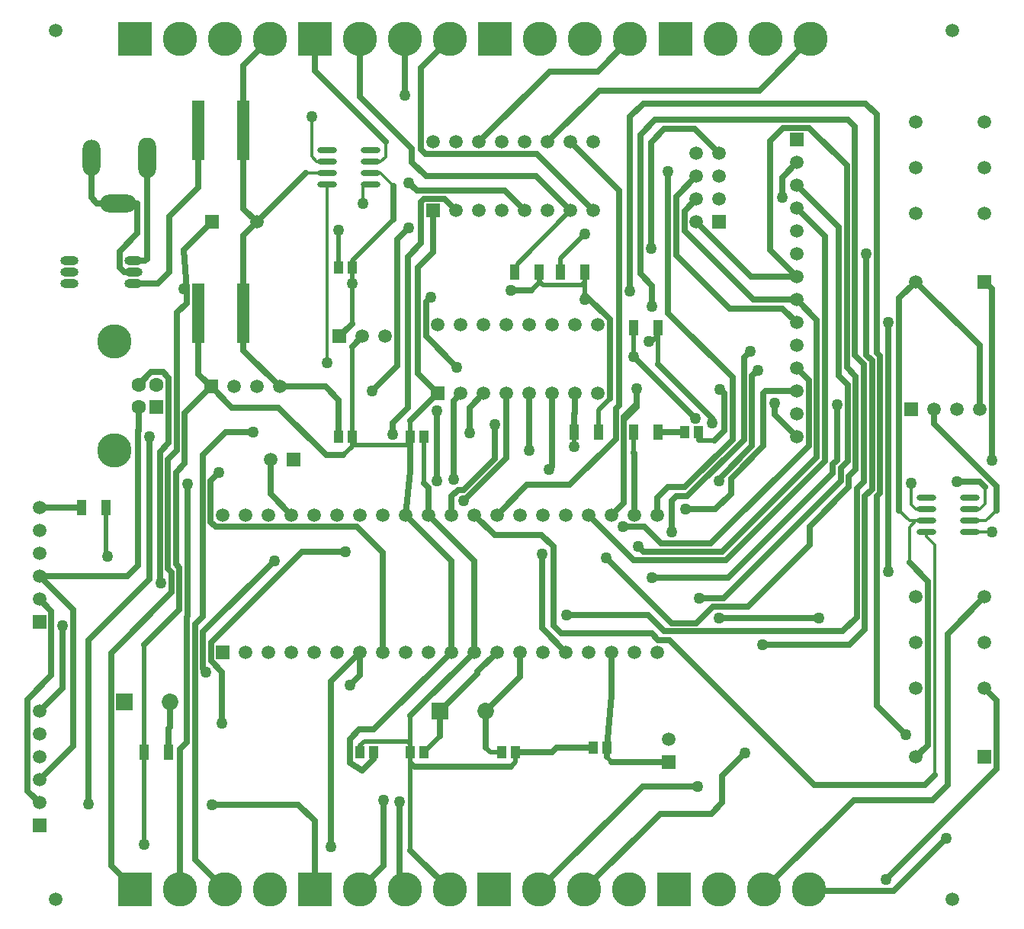
<source format=gtl>
%FSLAX42Y42*%
%MOMM*%
G71*
G01*
G75*
G04 Layer_Physical_Order=1*
G04 Layer_Color=255*
%ADD10R,1.10X1.40*%
%ADD11O,2.20X0.60*%
%ADD12R,1.10X1.70*%
%ADD13R,1.40X6.70*%
%ADD14C,0.64*%
%ADD15C,0.55*%
%ADD16C,0.30*%
%ADD17C,3.81*%
%ADD18R,3.81X3.81*%
%ADD19R,1.85X1.85*%
%ADD20C,1.85*%
%ADD21C,1.50*%
%ADD22R,1.50X1.50*%
%ADD23R,1.50X1.50*%
%ADD24O,2.00X1.00*%
%ADD25O,2.00X1.00*%
%ADD26C,1.52*%
%ADD27C,3.80*%
%ADD28R,1.60X1.60*%
%ADD29C,1.60*%
%ADD30C,1.50*%
%ADD31R,1.50X1.50*%
%ADD32R,1.50X1.50*%
%ADD33O,2.00X4.50*%
%ADD34O,2.00X4.00*%
%ADD35O,4.00X2.00*%
%ADD36C,1.27*%
D10*
X28828Y21895D02*
D03*
X28678D02*
D03*
X25630Y18339D02*
D03*
X25780D02*
D03*
X24834Y21844D02*
D03*
X24984D02*
D03*
X25071Y18339D02*
D03*
X25221D02*
D03*
X26796D02*
D03*
X26646D02*
D03*
X27662Y18390D02*
D03*
X27812D02*
D03*
X25780Y21844D02*
D03*
X25630D02*
D03*
X24829Y23724D02*
D03*
X24979D02*
D03*
D11*
X25183Y24651D02*
D03*
Y24778D02*
D03*
Y24905D02*
D03*
Y25032D02*
D03*
X24703Y24651D02*
D03*
Y24778D02*
D03*
Y24905D02*
D03*
Y25032D02*
D03*
X31838Y20790D02*
D03*
Y20917D02*
D03*
Y21044D02*
D03*
Y21171D02*
D03*
X31358Y20790D02*
D03*
Y20917D02*
D03*
Y21044D02*
D03*
Y21171D02*
D03*
D12*
X28110Y21895D02*
D03*
X28380D02*
D03*
X22944Y18339D02*
D03*
X22674D02*
D03*
X22251Y21059D02*
D03*
X21981D02*
D03*
X26789Y23673D02*
D03*
X27059D02*
D03*
X27297D02*
D03*
X27567D02*
D03*
X27449Y21895D02*
D03*
X27719D02*
D03*
X28110Y23063D02*
D03*
X28380D02*
D03*
D13*
X23275Y23216D02*
D03*
X23775D02*
D03*
X23275Y25248D02*
D03*
X23775D02*
D03*
D14*
X28380Y21895D02*
X28678D01*
X26796Y18339D02*
X27203D01*
X27254Y18390D01*
X27662D01*
X22706Y24818D02*
Y24943D01*
Y25068D01*
X22944Y18339D02*
Y18608D01*
X22962Y18625D01*
Y18898D01*
X21509Y21059D02*
X21981D01*
X27449Y21895D02*
Y22106D01*
X27457Y22114D01*
Y22327D01*
X31168Y20450D02*
X31377Y20241D01*
Y18423D02*
Y20241D01*
X31242Y18288D02*
X31377Y18423D01*
X27812Y18288D02*
Y18390D01*
X27863Y18237D02*
X28499D01*
X25630Y17248D02*
X26063Y16815D01*
X25832Y20980D02*
X26340Y20472D01*
Y19456D02*
Y20472D01*
X25578Y20980D02*
X26086Y20472D01*
Y19456D02*
Y20472D01*
X26467Y18390D02*
Y18796D01*
X25959Y18518D02*
Y18796D01*
X23775Y22808D02*
X24181Y22403D01*
X23775Y22808D02*
Y23216D01*
X31242Y23571D02*
X31953Y22860D01*
Y22149D02*
Y22860D01*
X26467Y18796D02*
X26848Y19177D01*
Y19456D01*
X23923Y24232D02*
X24469Y24778D01*
X24834Y21844D02*
Y22257D01*
X24689Y22403D02*
X24834Y22257D01*
X24181Y22403D02*
X24689D01*
X25441Y24265D02*
Y24635D01*
X25681Y18186D02*
X26745D01*
X22086Y24506D02*
X22149Y24443D01*
X24564Y25913D02*
Y26264D01*
Y25913D02*
X25352Y25126D01*
X25630Y18746D02*
X26340Y19456D01*
X25959Y18796D02*
X26375Y19212D01*
Y19237D01*
X26594Y19456D01*
X29761Y23274D02*
X29921Y23114D01*
X29170Y23274D02*
X29761D01*
X28583Y23861D02*
X29170Y23274D01*
X28583Y23861D02*
Y24519D01*
X28804Y24740D01*
X26391Y25121D02*
X27173Y25903D01*
X27706D01*
X28067Y26264D01*
X28118Y20980D02*
Y21664D01*
X28110Y21672D02*
X28118Y21664D01*
X27844Y22272D02*
Y23149D01*
X25832Y20980D02*
Y21278D01*
X25780Y21330D02*
X25832Y21278D01*
X27153Y25121D02*
X27724Y25692D01*
X29500D01*
X30071Y26264D01*
X31057Y23386D02*
X31242Y23571D01*
X31057Y21031D02*
Y23386D01*
X21509Y20297D02*
X21883Y19922D01*
Y18409D02*
Y19922D01*
X21509Y18034D02*
X21883Y18409D01*
X24984Y22851D02*
X25095Y22962D01*
X25712Y22548D02*
X25933Y22327D01*
X25712Y22548D02*
Y23724D01*
X25883Y23894D01*
Y24359D01*
X25065Y25626D02*
Y26264D01*
Y25626D02*
X25642Y25048D01*
Y24900D02*
Y25048D01*
Y24900D02*
X25802Y24740D01*
X27026D01*
X27407Y24359D01*
X22674Y19535D02*
X23064Y19925D01*
Y20391D01*
X23023Y20433D02*
X23064Y20391D01*
X23023Y20433D02*
Y21453D01*
X23124Y21554D01*
Y22108D01*
X23419Y22403D01*
X22674Y17318D02*
X22675Y17318D01*
X26695Y21608D02*
Y22327D01*
X26223Y21135D02*
X26695Y21608D01*
X26111Y22250D02*
X26187Y22327D01*
X26111Y21377D02*
Y22250D01*
X25630Y22023D02*
X25933Y22327D01*
X31445Y21989D02*
Y22149D01*
Y21989D02*
X32134Y21300D01*
Y21031D02*
Y21300D01*
X31953Y21349D02*
X32012Y21290D01*
X31697Y21349D02*
X31953D01*
X31595Y19657D02*
X32004Y20066D01*
X31595Y17983D02*
Y19657D01*
X31422Y17810D02*
X31595Y17983D01*
X30551Y17810D02*
X31422D01*
X29555Y16815D02*
X30551Y17810D01*
X26340Y20980D02*
X26563Y20757D01*
X27081D01*
X27214Y20625D01*
Y19751D02*
Y20625D01*
Y19751D02*
X27302Y19662D01*
X28306D01*
X28379Y19588D01*
X28506D01*
X30117Y17978D01*
X31344D01*
X31450Y18085D01*
X24955Y19088D02*
X25070Y19202D01*
Y19456D01*
X26563Y21602D02*
Y21981D01*
X26217Y21256D02*
X26563Y21602D01*
X26158Y21256D02*
X26217D01*
X26086Y21184D02*
X26158Y21256D01*
X26086Y20980D02*
Y21184D01*
X23068Y16815D02*
Y18374D01*
X23144Y18451D01*
Y19845D01*
X23154Y19855D01*
Y21326D01*
X26949Y21692D02*
Y22327D01*
X24841Y22962D02*
X24979Y23100D01*
X25743Y25944D02*
X26063Y26264D01*
X25743Y25044D02*
Y25944D01*
Y25044D02*
X25799Y24988D01*
X27031D01*
X27661Y24359D01*
X24742Y19129D02*
X25070Y19456D01*
X24742Y17297D02*
Y19129D01*
X29439Y23368D02*
X29921D01*
X28671Y24135D02*
X29439Y23368D01*
X28671Y24135D02*
Y24353D01*
X28804Y24486D01*
X28786Y25265D02*
X29058Y24994D01*
X28448Y25265D02*
X28786D01*
X28301Y25118D02*
X28448Y25265D01*
X28301Y23937D02*
Y25118D01*
X24079Y21209D02*
X24308Y20980D01*
X24079Y21209D02*
Y21590D01*
X29670Y22095D02*
Y22222D01*
X29065Y22377D02*
X29115Y22328D01*
Y21915D02*
Y22328D01*
X29005Y21805D02*
X29115Y21915D01*
X25202Y22352D02*
X25484Y22634D01*
Y24044D01*
X25611Y24171D01*
X28306Y20282D02*
X29157D01*
X30320Y21445D01*
Y21540D01*
X30366Y21586D01*
Y22202D01*
X22608Y21919D02*
Y22176D01*
X22607Y21919D02*
X22608Y21919D01*
X22607Y20421D02*
Y21919D01*
X22483Y20297D02*
X22607Y20421D01*
X21509Y20297D02*
X22483D01*
X22706Y23825D02*
Y24818D01*
X22681Y23800D02*
X22706Y23825D01*
X22555Y23800D02*
X22681D01*
X22398Y23909D02*
X22593Y24105D01*
X22398Y23724D02*
Y23909D01*
Y23724D02*
X22449Y23673D01*
X22555D01*
X29541Y19534D02*
X30499D01*
X30676Y19710D01*
Y21185D01*
X30753Y21262D01*
Y22691D01*
X30686Y22758D02*
X30753Y22691D01*
X30686Y22758D02*
Y23876D01*
X29420Y22524D02*
X29483Y22587D01*
X29420Y21745D02*
Y22524D01*
X29053Y21377D02*
X29420Y21745D01*
X29053Y21354D02*
Y21377D01*
Y19830D02*
X30168D01*
X30998Y16805D02*
X31580Y17386D01*
X30066Y16805D02*
X30998D01*
X30056Y16815D02*
X30066Y16805D01*
X28067Y23465D02*
Y25400D01*
X28219Y25552D01*
X30683D01*
X30806Y25429D01*
Y22780D02*
Y25429D01*
Y22780D02*
X30842Y22744D01*
Y21224D02*
Y22744D01*
X30806Y21189D02*
X30842Y21224D01*
X30806Y18863D02*
Y21189D01*
Y18863D02*
X31130Y18539D01*
X28313Y23297D02*
Y23525D01*
X28179Y23660D02*
X28313Y23525D01*
X28179Y23660D02*
Y25204D01*
X28346Y25372D01*
X30490D01*
X30564Y25298D01*
Y22752D02*
Y25298D01*
Y22752D02*
X30664Y22652D01*
Y21350D02*
Y22652D01*
X30587Y21273D02*
X30664Y21350D01*
X30587Y19845D02*
Y21273D01*
X30427Y19685D02*
X30587Y19845D01*
X28445Y19685D02*
X30427D01*
X28268Y19863D02*
X28445Y19685D01*
X27363Y19863D02*
X28268D01*
X27170Y21481D02*
X27203Y21514D01*
Y22327D01*
X23411Y21361D02*
X23498Y21448D01*
X23411Y20904D02*
Y21361D01*
Y20904D02*
X23470Y20846D01*
X25036D01*
X25324Y20557D01*
Y19456D02*
Y20557D01*
X21763Y19050D02*
Y19746D01*
X21509Y18796D02*
X21763Y19050D01*
X23325Y19677D02*
X24115Y20467D01*
X23325Y19271D02*
Y19677D01*
Y19271D02*
X23360Y19235D01*
X23533Y18664D02*
Y19235D01*
X23414Y19355D02*
X23533Y19235D01*
X23414Y19355D02*
Y19558D01*
X24422Y20566D01*
X24910D01*
X28682Y21042D02*
X29015D01*
X29189Y21217D01*
Y21386D01*
X29548Y21744D01*
Y22327D01*
X29573Y22352D01*
X29921D01*
X27092Y19721D02*
X27356Y19456D01*
X27092Y19721D02*
Y20544D01*
X27986Y20846D02*
X28223D01*
X28410Y20659D01*
X28965D01*
X30053Y21748D01*
Y22474D01*
X29921Y22606D02*
X30053Y22474D01*
X30932Y20353D02*
Y23114D01*
X28157Y20629D02*
X28217Y20569D01*
X29088D01*
X30142Y21623D01*
Y23147D01*
X29921Y23368D02*
X30142Y23147D01*
X29413Y23622D02*
X29921D01*
X28804Y24232D02*
X29413Y23622D01*
X29620Y23923D02*
X29921Y23622D01*
X29620Y23923D02*
Y25134D01*
X29766Y25281D01*
X30056D01*
X30474Y24863D01*
Y22615D02*
Y24863D01*
Y22615D02*
X30575Y22513D01*
Y21486D02*
Y22513D01*
X30498Y21408D02*
X30575Y21486D01*
X30498Y21292D02*
Y21408D01*
X30060Y20853D02*
X30498Y21292D01*
X30060Y20646D02*
Y20853D01*
X29374Y19961D02*
X30060Y20646D01*
X28984Y19961D02*
X29374D01*
X28800Y19776D02*
X28984Y19961D01*
X28532Y19776D02*
X28800D01*
X27805Y20503D02*
X28532Y19776D01*
X29921Y24638D02*
X30385Y24174D01*
Y22526D02*
Y24174D01*
Y22526D02*
X30486Y22424D01*
Y21575D02*
Y22424D01*
X30409Y21497D02*
X30486Y21575D01*
X30409Y21356D02*
Y21497D01*
X29102Y20050D02*
X30409Y21356D01*
X28832Y20050D02*
X29102D01*
X29759Y24729D02*
X29921Y24892D01*
X29759Y24506D02*
Y24729D01*
X29331Y22727D02*
X29403Y22799D01*
X29331Y21814D02*
Y22727D01*
X28701Y21184D02*
X29331Y21814D01*
X28583Y21184D02*
X28701D01*
X28532Y21133D02*
X28583Y21184D01*
X28532Y20792D02*
Y21133D01*
X32004Y23571D02*
X32088Y23487D01*
Y21587D02*
Y23487D01*
X28491Y23218D02*
Y24793D01*
Y23218D02*
X29204Y22505D01*
Y21812D02*
Y22505D01*
X28677Y21286D02*
X29204Y21812D01*
X28490Y21286D02*
X28677D01*
X28372Y21168D02*
X28490Y21286D01*
X28372Y20980D02*
Y21168D01*
X26594Y20980D02*
X26925Y21311D01*
X27397D01*
X27909Y21823D01*
Y22159D01*
X27945Y22196D01*
Y24582D01*
X27407Y25121D02*
X27945Y24582D01*
X25926Y21354D02*
Y22139D01*
X25428Y21874D02*
Y21999D01*
X25598Y22169D01*
Y23848D01*
X25748Y23998D01*
Y24460D01*
X25779Y24491D01*
X26004D01*
X26137Y24359D01*
X22086Y24843D02*
Y24943D01*
Y25043D01*
X23775Y24084D02*
X23923Y24232D01*
X23775Y23216D02*
Y24084D01*
Y24379D02*
X23923Y24232D01*
X23775Y24379D02*
Y25248D01*
Y25972D02*
X24066Y26264D01*
X23775Y25248D02*
Y25972D01*
X29670Y22095D02*
X29921Y21844D01*
X26741Y23470D02*
X26972D01*
X23114Y23490D02*
X23142D01*
X23114Y23923D02*
X23423Y24232D01*
X22304Y17079D02*
X22568Y16815D01*
X22304Y17079D02*
Y19446D01*
X22976Y20118D01*
Y20345D01*
X22934Y20387D02*
X22976Y20345D01*
X22934Y20387D02*
Y21593D01*
X23035Y21694D01*
Y23226D01*
X23142Y23332D01*
X27567Y23426D02*
X27569Y23376D01*
X28380Y22649D02*
X28976Y22052D01*
Y22001D02*
Y22052D01*
X23275Y24620D02*
Y25248D01*
X22949Y24294D02*
X23275Y24620D01*
X22949Y23673D02*
Y24294D01*
X22822Y23546D02*
X22949Y23673D01*
X22555Y23546D02*
X22822D01*
X25801Y23348D02*
X25855Y23401D01*
X25801Y22962D02*
Y23348D01*
Y22962D02*
X26144Y22619D01*
X27998Y21114D02*
Y22034D01*
X27864Y20980D02*
X27998Y21114D01*
X28143Y22216D02*
Y22382D01*
X22845Y20234D02*
X22855Y20223D01*
X22845Y20234D02*
Y21677D01*
X22946Y21779D01*
Y22504D01*
X22885Y22565D02*
X22946Y22504D01*
X22747Y22565D02*
X22885D01*
X22608Y22426D02*
X22747Y22565D01*
X27610Y20980D02*
X28110Y20480D01*
X29134D01*
X30234Y21580D01*
Y24072D01*
X29921Y24384D02*
X30234Y24072D01*
X25578Y20980D02*
X25630Y21464D01*
X24696Y21641D02*
X24884D01*
X24163Y22174D02*
X24696Y21641D01*
X23647Y22174D02*
X24163D01*
X23419Y22403D02*
X23647Y22174D01*
X25222Y18593D02*
X26086Y19456D01*
X25060Y18593D02*
X25222D01*
X24958Y18491D02*
X25060Y18593D01*
X24958Y18227D02*
Y18491D01*
Y18227D02*
X25095Y18141D01*
X25221Y18266D01*
X23275Y22546D02*
X23419Y22403D01*
X23275Y22546D02*
Y23216D01*
X21509Y20043D02*
X21641Y19911D01*
Y19195D02*
Y19911D01*
X21374Y18928D02*
X21641Y19195D01*
X21374Y17915D02*
Y18928D01*
Y17915D02*
X21509Y17780D01*
X27812Y18390D02*
X27864Y18975D01*
Y19456D01*
X22251Y20539D02*
X22268Y20522D01*
X26678Y24580D02*
X26899Y24359D01*
X25702Y24580D02*
X26678D01*
X25611Y24671D02*
X25702Y24580D01*
X32004Y19050D02*
X32139Y18915D01*
Y18156D02*
Y18915D01*
X30909Y16927D02*
X32139Y18156D01*
X27559Y16815D02*
X28405Y17661D01*
X28974D01*
X29093Y17780D01*
Y18082D01*
X29342Y18331D01*
X28209Y17963D02*
X28819D01*
X27061Y16815D02*
X28209Y17963D01*
X26289Y22174D02*
X26441Y22327D01*
X26289Y21892D02*
Y22174D01*
X23581Y21900D02*
X23886D01*
X23322Y21641D02*
X23581Y21900D01*
X23322Y19853D02*
Y21641D01*
X23236Y19766D02*
X23322Y19853D01*
X23236Y17145D02*
Y19766D01*
Y17145D02*
X23566Y16815D01*
X22728Y20269D02*
Y21844D01*
X22050Y19591D02*
X22728Y20269D01*
X22050Y17767D02*
Y19591D01*
X23421Y17757D02*
X24384D01*
X24564Y17577D01*
Y16815D02*
Y17577D01*
X28110Y22741D02*
X28796Y22055D01*
X25507Y16924D02*
Y17795D01*
X25563Y16815D02*
Y16924D01*
Y25641D02*
Y26264D01*
X25065Y16815D02*
X25329Y17079D01*
Y17810D01*
X22149Y24443D02*
X22286D01*
X22386D01*
X22486D01*
X22593D01*
Y24105D02*
Y24443D01*
X22086Y24506D02*
Y24843D01*
Y24943D01*
X23142Y23332D02*
Y23490D01*
X23142Y23492D02*
X23142Y23490D01*
X23114Y23923D02*
X23142Y23492D01*
X27593Y23400D02*
X27844Y23149D01*
X27567Y23426D02*
X27593Y23400D01*
X27998Y22034D02*
X28143Y22179D01*
X27998Y21114D02*
Y22034D01*
Y22070D01*
X28143Y22216D01*
Y22179D02*
Y22216D01*
Y22382D01*
X25630Y21464D02*
Y21757D01*
Y21844D01*
X25507Y16924D02*
X25563D01*
D15*
X27567Y23564D02*
Y23673D01*
X27100Y23531D02*
X27534D01*
X27059Y23571D02*
Y23673D01*
X25630Y18339D02*
Y18437D01*
X25119Y18463D02*
X25603D01*
X25071Y18415D02*
X25119Y18463D01*
X25071Y18339D02*
Y18415D01*
X27812Y18288D02*
X27863Y18237D01*
X26467Y18390D02*
X26518Y18339D01*
X26646D01*
X25780D02*
X25959Y18518D01*
X24979Y23803D02*
X25441Y24265D01*
X24979Y23724D02*
Y23803D01*
X26796Y18237D02*
Y18339D01*
X26745Y18186D02*
X26796Y18237D01*
X25630D02*
Y18339D01*
X28110Y21672D02*
Y21895D01*
X27719D02*
Y22148D01*
X27844Y22272D01*
X24979Y23546D02*
Y23724D01*
X25780Y21330D02*
Y21844D01*
X24829Y23724D02*
Y24140D01*
X24984Y21844D02*
Y22851D01*
X22674Y18339D02*
Y19535D01*
Y17318D02*
Y18339D01*
X25630Y21757D02*
Y21844D01*
X24984Y21757D02*
Y21844D01*
X25630D02*
Y22023D01*
X28110Y22741D02*
Y23063D01*
X28828Y21805D02*
Y21895D01*
X28380Y22972D02*
Y23063D01*
X28275Y22906D02*
X28314D01*
X24884Y21641D02*
X24984Y21741D01*
X25221Y18266D02*
Y18339D01*
X22251Y20539D02*
Y21059D01*
X26789Y23673D02*
X26822Y23774D01*
X27407Y24359D01*
X27297Y23673D02*
Y23832D01*
X27564Y24100D01*
X27449Y21737D02*
Y21895D01*
X25630Y17248D02*
Y18237D01*
Y18339D01*
Y18237D02*
X25681Y18186D01*
X25630Y18339D02*
Y18437D01*
Y18746D01*
X25603Y18463D02*
X25630Y18437D01*
X28828Y21805D02*
X29005D01*
X28380Y22649D02*
Y22972D01*
Y23063D01*
X28314Y22906D02*
X28380Y22972D01*
X26972Y23470D02*
X27067Y23564D01*
X27100Y23531D01*
X27059Y23571D02*
X27067Y23564D01*
X27059Y23673D02*
X27067Y23564D01*
X27567Y23426D02*
Y23564D01*
Y23673D01*
X27534Y23531D02*
X27567Y23564D01*
X24979Y23100D02*
Y23546D01*
Y23724D01*
X24984Y21741D02*
Y21757D01*
Y21844D01*
Y21757D02*
X25630D01*
D16*
X31242Y20917D02*
X31358D01*
X31168Y20450D02*
Y20843D01*
X24469Y24778D02*
X24703D01*
X25183D02*
X25298D01*
X25441Y24635D01*
X25352Y24958D02*
Y25126D01*
X25298Y24905D02*
X25352Y24958D01*
X25183Y24905D02*
X25298D01*
X31057Y21031D02*
X31171Y20917D01*
X32019D02*
X32134Y21031D01*
X31838Y20917D02*
X32019D01*
X31838Y21044D02*
X31953D01*
X32012Y21102D01*
Y21290D01*
X31450Y18085D02*
Y20650D01*
X31358Y20743D02*
X31450Y20650D01*
X31358Y20743D02*
Y20790D01*
X31242Y21044D02*
X31358D01*
X31189Y21097D02*
X31242Y21044D01*
X31189Y21097D02*
Y21328D01*
X24701Y24651D02*
X24703D01*
X31838Y20790D02*
X32088D01*
X24587Y24905D02*
X24703D01*
X24531Y24961D02*
X24587Y24905D01*
X24531Y24961D02*
Y25405D01*
X25103Y24651D02*
X25183D01*
X24701Y22670D02*
Y24651D01*
X31168Y20843D02*
X31242Y20917D01*
X31171D02*
X31242D01*
X31358D01*
X25103Y24442D02*
Y24651D01*
D17*
X27061Y16815D02*
D03*
X27559D02*
D03*
X28059D02*
D03*
X25065D02*
D03*
X25563D02*
D03*
X26063D02*
D03*
X27069Y26264D02*
D03*
X27567D02*
D03*
X28067D02*
D03*
X25065D02*
D03*
X25563D02*
D03*
X26063D02*
D03*
X23068D02*
D03*
X23566D02*
D03*
X24066D02*
D03*
X30071D02*
D03*
X29571D02*
D03*
X29073D02*
D03*
X29058Y16815D02*
D03*
X29555D02*
D03*
X30056D02*
D03*
X24066D02*
D03*
X23566D02*
D03*
X23068D02*
D03*
D18*
X26561D02*
D03*
X24564D02*
D03*
X26568Y26264D02*
D03*
X24564D02*
D03*
X22568D02*
D03*
X28572D02*
D03*
X28557Y16815D02*
D03*
X22568D02*
D03*
D19*
X25959Y18796D02*
D03*
X22454Y18898D02*
D03*
D20*
X26467Y18796D02*
D03*
X22962Y18898D02*
D03*
D21*
X28804Y24994D02*
D03*
Y24740D02*
D03*
Y24486D02*
D03*
Y24232D02*
D03*
X29058Y24994D02*
D03*
Y24740D02*
D03*
Y24486D02*
D03*
X23923Y24232D02*
D03*
X31953Y22149D02*
D03*
X31699D02*
D03*
X31445D02*
D03*
X25349Y22962D02*
D03*
X25095D02*
D03*
X21509Y18796D02*
D03*
Y18542D02*
D03*
Y18288D02*
D03*
Y18034D02*
D03*
Y17780D02*
D03*
X29921Y24892D02*
D03*
Y24638D02*
D03*
Y24384D02*
D03*
Y24130D02*
D03*
Y23876D02*
D03*
Y23622D02*
D03*
Y23368D02*
D03*
Y23114D02*
D03*
Y22860D02*
D03*
Y22606D02*
D03*
Y22352D02*
D03*
Y22098D02*
D03*
Y21844D02*
D03*
X21509Y21059D02*
D03*
Y20805D02*
D03*
Y20551D02*
D03*
Y20297D02*
D03*
Y20043D02*
D03*
X24181Y22403D02*
D03*
X23927D02*
D03*
X23673D02*
D03*
X28372Y20980D02*
D03*
X28118D02*
D03*
X27864D02*
D03*
X27610D02*
D03*
X27356D02*
D03*
X27102D02*
D03*
X26848D02*
D03*
X26594D02*
D03*
X26340D02*
D03*
X26086D02*
D03*
X25832D02*
D03*
X25578D02*
D03*
X25324D02*
D03*
X25070D02*
D03*
X24816D02*
D03*
X24562D02*
D03*
X24308D02*
D03*
X24054D02*
D03*
X23800D02*
D03*
X23546D02*
D03*
X28372Y19456D02*
D03*
X28118D02*
D03*
X27864D02*
D03*
X27610D02*
D03*
X27356D02*
D03*
X27102D02*
D03*
X26848D02*
D03*
X26594D02*
D03*
X26340D02*
D03*
X26086D02*
D03*
X25832D02*
D03*
X25578D02*
D03*
X25324D02*
D03*
X25070D02*
D03*
X24816D02*
D03*
X24562D02*
D03*
X24308D02*
D03*
X24054D02*
D03*
X23800D02*
D03*
X22086Y24843D02*
D03*
Y25043D02*
D03*
X22486Y24443D02*
D03*
X22286D02*
D03*
X24079Y21590D02*
D03*
X28499Y18491D02*
D03*
D22*
X29058Y24232D02*
D03*
X21509Y17526D02*
D03*
X29921Y25146D02*
D03*
X21509Y19789D02*
D03*
X23546Y19456D02*
D03*
X28499Y18237D02*
D03*
D23*
X23423Y24232D02*
D03*
X31191Y22149D02*
D03*
X24841Y22962D02*
D03*
X23419Y22403D02*
D03*
X24333Y21590D02*
D03*
D24*
X22555Y23800D02*
D03*
X21844D02*
D03*
D25*
X22555Y23673D02*
D03*
Y23546D02*
D03*
X21844D02*
D03*
Y23673D02*
D03*
D26*
X31648Y26365D02*
D03*
X21692D02*
D03*
Y16713D02*
D03*
X31648D02*
D03*
D27*
X22337Y21699D02*
D03*
Y22903D02*
D03*
D28*
X22808Y22176D02*
D03*
D29*
Y22426D02*
D03*
X22608Y22176D02*
D03*
Y22426D02*
D03*
D30*
X31242Y20066D02*
D03*
Y19558D02*
D03*
Y19050D02*
D03*
Y18288D02*
D03*
X32004Y19050D02*
D03*
Y19558D02*
D03*
Y20066D02*
D03*
X31242Y25349D02*
D03*
Y24841D02*
D03*
Y24333D02*
D03*
Y23571D02*
D03*
X32004Y24333D02*
D03*
Y24841D02*
D03*
Y25349D02*
D03*
X27661Y25121D02*
D03*
X27407D02*
D03*
X27153D02*
D03*
X26899D02*
D03*
X26645D02*
D03*
X26391D02*
D03*
X26137D02*
D03*
X25883D02*
D03*
X27661Y24359D02*
D03*
X27407D02*
D03*
X27153D02*
D03*
X26899D02*
D03*
X26645D02*
D03*
X26391D02*
D03*
X26137D02*
D03*
X22706Y25068D02*
D03*
Y24818D02*
D03*
X26187Y22327D02*
D03*
X26441D02*
D03*
X26695D02*
D03*
X26949D02*
D03*
X27203D02*
D03*
X27457D02*
D03*
X27711D02*
D03*
X25933Y23089D02*
D03*
X26187D02*
D03*
X26441D02*
D03*
X26695D02*
D03*
X26949D02*
D03*
X27203D02*
D03*
X27457D02*
D03*
X27711D02*
D03*
D31*
X32004Y18288D02*
D03*
Y23571D02*
D03*
D32*
X25883Y24359D02*
D03*
X25933Y22327D02*
D03*
D33*
X22706Y24943D02*
D03*
D34*
X22086D02*
D03*
D35*
X22386Y24443D02*
D03*
D36*
X24979Y23546D02*
D03*
X24829Y24140D02*
D03*
X22675Y17318D02*
D03*
X26223Y21135D02*
D03*
X26111Y21377D02*
D03*
X31697Y21349D02*
D03*
X24955Y19088D02*
D03*
X28110Y22741D02*
D03*
X31189Y21328D02*
D03*
X26563Y21981D02*
D03*
X23154Y21326D02*
D03*
X26949Y21692D02*
D03*
X24742Y17297D02*
D03*
X28301Y23937D02*
D03*
X29670Y22222D02*
D03*
X29065Y22377D02*
D03*
X25202Y22352D02*
D03*
X25611Y24171D02*
D03*
X28306Y20282D02*
D03*
X30366Y22202D02*
D03*
X29541Y19534D02*
D03*
X30686Y23876D02*
D03*
X29483Y22587D02*
D03*
X29053Y21354D02*
D03*
Y19830D02*
D03*
X30168D02*
D03*
X31580Y17386D02*
D03*
X28067Y23465D02*
D03*
X31130Y18539D02*
D03*
X28313Y23297D02*
D03*
X27363Y19863D02*
D03*
X27170Y21481D02*
D03*
X24701Y22670D02*
D03*
X23498Y21448D02*
D03*
X21763Y19746D02*
D03*
X24115Y20467D02*
D03*
X23360Y19235D02*
D03*
X23533Y18664D02*
D03*
X24910Y20566D02*
D03*
X28682Y21042D02*
D03*
X27092Y20544D02*
D03*
X27986Y20846D02*
D03*
X30932Y20353D02*
D03*
Y23114D02*
D03*
X28157Y20629D02*
D03*
X27805Y20503D02*
D03*
X28832Y20050D02*
D03*
X29759Y24506D02*
D03*
X29403Y22799D02*
D03*
X28532Y20792D02*
D03*
X32088Y21587D02*
D03*
Y20790D02*
D03*
X24531Y25405D02*
D03*
X28491Y24793D02*
D03*
X25926Y22139D02*
D03*
Y21354D02*
D03*
X25428Y21874D02*
D03*
X26741Y23470D02*
D03*
X23114Y23490D02*
D03*
X28275Y22906D02*
D03*
X27569Y23376D02*
D03*
X28976Y22001D02*
D03*
X25855Y23401D02*
D03*
X26144Y22619D02*
D03*
X28143Y22382D02*
D03*
X22855Y20223D02*
D03*
X22268Y20522D02*
D03*
X25611Y24671D02*
D03*
X30909Y16927D02*
D03*
X29342Y18331D02*
D03*
X28819Y17963D02*
D03*
X26289Y21892D02*
D03*
X23886Y21900D02*
D03*
X25103Y24442D02*
D03*
X22728Y21844D02*
D03*
X22050Y17767D02*
D03*
X23421Y17757D02*
D03*
X28796Y22055D02*
D03*
X25507Y17795D02*
D03*
X27564Y24100D02*
D03*
X25563Y25641D02*
D03*
X25329Y17810D02*
D03*
X27449Y21737D02*
D03*
M02*

</source>
